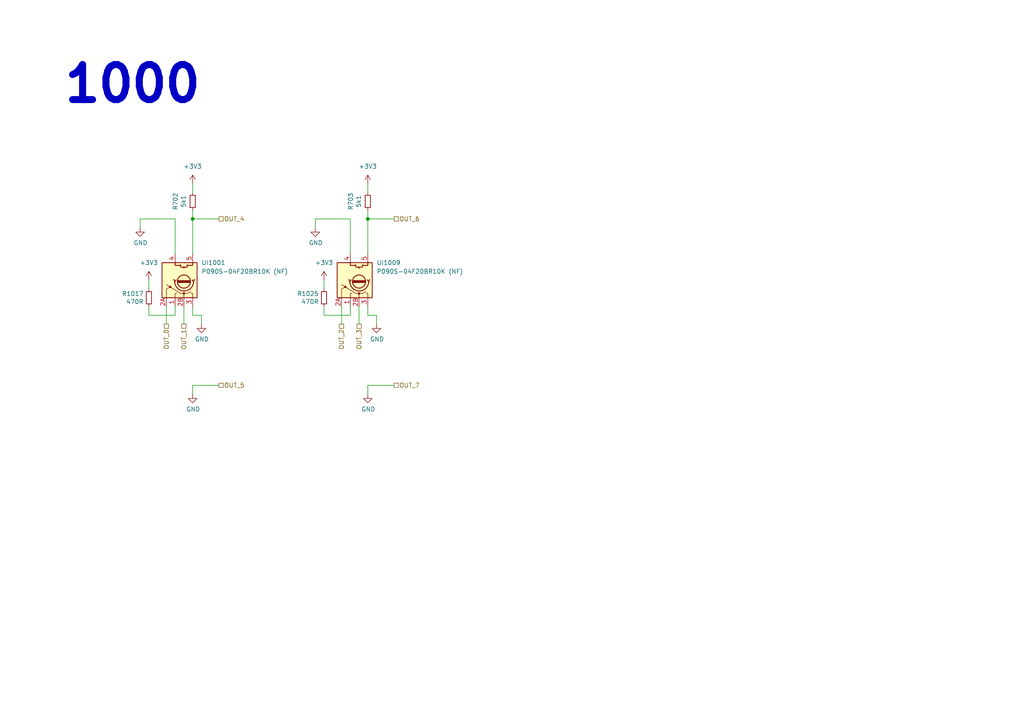
<source format=kicad_sch>
(kicad_sch (version 20231120) (generator "eeschema") (generator_version "8.0")
  (paper "A4")
  (lib_symbols
    (symbol "power:+3V3" (power) (pin_names (offset 0))
      (property "Value" "+3V3" (at 0 3.556 0))
      (symbol "+3V3_0_1"
        (polyline (pts (xy -0.762 1.27) (xy 0 2.54)))
        (polyline (pts (xy 0 0) (xy 0 2.54)))
        (polyline (pts (xy 0 2.54) (xy 0.762 1.27)))
      )
      (symbol "+3V3_1_1"
        (pin power_in line (at 0 0 90) (length 0) hide (name "+3V3") (number "1"))
      )
    )
    (symbol "power:GND" (power) (pin_names (offset 0))
      (property "Value" "GND" (at 0 -3.81 0))
      (symbol "GND_0_1"
        (polyline (pts (xy 0 0) (xy 0 -1.27) (xy 1.27 -1.27) (xy 0 -2.54) (xy -1.27 -1.27) (xy 0 -1.27)))
      )
      (symbol "GND_1_1"
        (pin power_in line (at 0 0 270) (length 0) hide (name "GND") (number "1"))
      )
    )
    (symbol "suku_basics:RES" (pin_numbers hide) (pin_names (offset 0.254) hide)
      (property "Reference" "R" (at 0.762 0.508 0))
      (symbol "RES_1_1"
        (rectangle (start -0.762 1.778) (end 0.762 -1.778) (stroke (width 0.2032)))
        (pin passive line (at 0 2.54 270) (length 0.762) (name "~") (number "1"))
        (pin passive line (at 0 -2.54 90) (length 0.762) (name "~") (number "2"))
      )
    )
    (symbol "suku_basics:UI_Endless_Potentiometer_Switch" (pin_names (offset 0.254) hide)
      (property "Reference" "UI" (at -3.81 7.62 0))
      (property "Value" "UI_Endless_Potentiometer_Switch" (at 0 -7.62 0))
      (symbol "UI_Endless_Potentiometer_Switch_0_1"
        (rectangle (start -5.08 6.35) (end 5.08 -3.81) (stroke (width 0.254)) (fill (type background)))
        (circle (center -3.81 0) (radius 0.254) (fill (type outline)))
        (circle (center -1.9304 3.9624) (radius 0.254) (fill (type outline)))
        (circle (center -0.381 0) (radius 1.905) (stroke (width 0.254)))
        (arc (start -0.381 2.667) (mid -3.0988 -0.0635) (end -0.381 -2.794) (stroke (width 0.254)))
        (polyline (pts (xy -0.635 -1.778) (xy -0.635 1.778)) (stroke (width 0.254)))
        (polyline (pts (xy -0.381 -1.778) (xy -0.381 1.778)) (stroke (width 0.254)))
        (polyline (pts (xy -0.127 1.778) (xy -0.127 -1.778)) (stroke (width 0.254)))
        (polyline (pts (xy 3.81 0) (xy 3.429 0)) (stroke (width 0.254)))
        (polyline (pts (xy 3.81 1.016) (xy 3.81 -1.016)) (stroke (width 0.254)))
        (polyline (pts (xy -5.08 -2.54) (xy -3.81 -2.54) (xy -3.81 -2.032)))
        (polyline (pts (xy -5.08 2.54) (xy -3.81 2.54) (xy -3.81 2.032)))
        (polyline (pts (xy 0.254 -3.048) (xy -0.508 -2.794) (xy 0.127 -2.413)) (stroke (width 0.254)))
        (polyline (pts (xy 0.254 2.921) (xy -0.508 2.667) (xy 0.127 2.286)) (stroke (width 0.254)))
        (polyline (pts (xy 5.08 -2.54) (xy 4.318 -2.54) (xy 4.318 -1.016)) (stroke (width 0.254)))
        (polyline (pts (xy 5.08 2.54) (xy 4.318 2.54) (xy 4.318 1.016)) (stroke (width 0.254)))
        (polyline (pts (xy -5.08 0) (xy -3.81 0) (xy -3.81 -1.016) (xy -3.302 -2.032)))
        (polyline (pts (xy -5.08 5.08) (xy -4.572 5.08) (xy -2.54 5.08) (xy -1.9304 3.9624)))
        (polyline (pts (xy -4.318 0) (xy -3.81 0) (xy -3.81 1.016) (xy -1.27 5.08)))
        (circle (center 4.318 -1.016) (radius 0.127) (stroke (width 0.254)))
        (circle (center 4.318 1.016) (radius 0.127) (stroke (width 0.254)))
      )
      (symbol "UI_Endless_Potentiometer_Switch_1_1"
        (pin passive line (at -7.62 2.54 0) (length 2.54) (name "1") (number "1"))
        (pin passive line (at -7.62 5.08 0) (length 2.54) (name "2A") (number "2A"))
        (pin passive line (at -7.62 0 0) (length 2.54) (name "2B") (number "2B"))
        (pin passive line (at -7.62 -2.54 0) (length 2.54) (name "3") (number "3"))
        (pin passive line (at 7.62 2.54 180) (length 2.54) (name "4") (number "4"))
        (pin passive line (at 7.62 -2.54 180) (length 2.54) (name "5") (number "5"))
        (pin no_connect line (at 0 -5.08 90) (length 2.54) hide (name "6") (number "6"))
        (pin no_connect line (at 0 7.62 270) (length 2.54) hide (name "7") (number "7"))
      )
    )
  )
  (junction (at 55.88 63.5))
  (junction (at 106.68 63.5))
  (wire (pts (xy 93.98 81.28) (xy 93.98 83.82)))
  (wire (pts (xy 55.88 91.44) (xy 55.88 88.9)))
  (wire (pts (xy 106.68 111.76) (xy 114.3 111.76)))
  (wire (pts (xy 99.06 88.9) (xy 99.06 93.98)))
  (wire (pts (xy 55.88 60.96) (xy 55.88 63.5)))
  (wire (pts (xy 91.44 63.5) (xy 101.6 63.5)))
  (wire (pts (xy 58.42 93.98) (xy 58.42 91.44)))
  (wire (pts (xy 63.5 63.5) (xy 55.88 63.5)))
  (wire (pts (xy 55.88 53.34) (xy 55.88 55.88)))
  (wire (pts (xy 106.68 114.3) (xy 106.68 111.76)))
  (wire (pts (xy 48.26 88.9) (xy 48.26 93.98)))
  (wire (pts (xy 55.88 114.3) (xy 55.88 111.76)))
  (wire (pts (xy 40.64 63.5) (xy 50.8 63.5)))
  (wire (pts (xy 93.98 88.9) (xy 93.98 91.44)))
  (wire (pts (xy 43.18 81.28) (xy 43.18 83.82)))
  (wire (pts (xy 104.14 93.98) (xy 104.14 88.9)))
  (wire (pts (xy 43.18 91.44) (xy 50.8 91.44)))
  (wire (pts (xy 101.6 91.44) (xy 101.6 88.9)))
  (wire (pts (xy 106.68 91.44) (xy 106.68 88.9)))
  (wire (pts (xy 93.98 91.44) (xy 101.6 91.44)))
  (wire (pts (xy 55.88 111.76) (xy 63.5 111.76)))
  (wire (pts (xy 50.8 63.5) (xy 50.8 73.66)))
  (wire (pts (xy 40.64 66.04) (xy 40.64 63.5)))
  (wire (pts (xy 106.68 60.96) (xy 106.68 63.5)))
  (wire (pts (xy 55.88 63.5) (xy 55.88 73.66)))
  (wire (pts (xy 91.44 66.04) (xy 91.44 63.5)))
  (wire (pts (xy 106.68 53.34) (xy 106.68 55.88)))
  (wire (pts (xy 101.6 63.5) (xy 101.6 73.66)))
  (wire (pts (xy 53.34 93.98) (xy 53.34 88.9)))
  (wire (pts (xy 114.3 63.5) (xy 106.68 63.5)))
  (wire (pts (xy 58.42 91.44) (xy 55.88 91.44)))
  (wire (pts (xy 109.22 93.98) (xy 109.22 91.44)))
  (wire (pts (xy 106.68 63.5) (xy 106.68 73.66)))
  (wire (pts (xy 50.8 91.44) (xy 50.8 88.9)))
  (wire (pts (xy 109.22 91.44) (xy 106.68 91.44)))
  (wire (pts (xy 43.18 88.9) (xy 43.18 91.44)))
  (text "1000" (at 17.78 30.48 0) (effects (font (size 10.16 10.16) (thickness 2.032) (bold yes)) (justify left bottom)))
  (hierarchical_label "OUT_2" (shape passive) (at 99.06 93.98 270))
  (hierarchical_label "OUT_4" (shape passive) (at 63.5 63.5 0))
  (hierarchical_label "OUT_5" (shape passive) (at 63.5 111.76 0))
  (hierarchical_label "OUT_3" (shape passive) (at 104.14 93.98 270))
  (hierarchical_label "OUT_0" (shape passive) (at 48.26 93.98 270))
  (hierarchical_label "OUT_7" (shape passive) (at 114.3 111.76 0))
  (hierarchical_label "OUT_6" (shape passive) (at 114.3 63.5 0))
  (hierarchical_label "OUT_1" (shape passive) (at 53.34 93.98 270))
  (symbol (lib_id "suku_basics:UI_Endless_Potentiometer_Switch") (at 53.34 81.28 90) (unit 1)
    (property "Reference" "UI1001" (at 58.42 76.2 90) (effects (justify right)))
    (property "Value" "P090S-04F20BR10K (NF)" (at 58.42 78.74 90) (effects (justify right)))
    (property "Footprint" "suku_basics:UI_ENDLESSPOTSW_ALPHA" (effects (hide yes)))
  )
  (symbol (lib_id "suku_basics:UI_Endless_Potentiometer_Switch") (at 104.14 81.28 90) (unit 1)
    (property "Reference" "UI1009" (at 109.22 76.2 90) (effects (justify right)))
    (property "Value" "P090S-04F20BR10K (NF)" (at 109.22 78.74 90) (effects (justify right)))
    (property "Footprint" "suku_basics:UI_ENDLESSPOTSW_ALPHA" (effects (hide yes)))
  )
  (symbol (lib_id "power:GND") (at 58.42 93.98 0) (unit 1)
    (property "Reference" "#PWR01029" (effects (hide yes)))
    (property "Value" "GND" (at 58.547 98.3742 0))
  )
  (symbol (lib_id "power:GND") (at 109.22 93.98 0) (unit 1)
    (property "Reference" "#PWR01045" (effects (hide yes)))
    (property "Value" "GND" (at 109.347 98.3742 0))
  )
  (symbol (lib_id "power:GND") (at 106.68 114.3 0) (unit 1)
    (property "Reference" "#PWR0703" (effects (hide yes)))
    (property "Value" "GND" (at 106.807 118.6942 0))
  )
  (symbol (lib_id "suku_basics:RES") (at 93.98 86.36 0) (mirror y) (unit 1)
    (property "Reference" "R1025" (at 92.4814 85.1916 0) (effects (justify left)))
    (property "Value" "470R" (at 92.4814 87.503 0) (effects (justify left)))
    (property "Footprint" "suku_basics:RES_0402" (effects (hide yes)))
  )
  (symbol (lib_id "power:+3V3") (at 106.68 53.34 0) (unit 1)
    (property "Reference" "#PWR0702" (effects (hide yes)))
    (property "Value" "+3V3" (at 106.68 48.26 0))
  )
  (symbol (lib_id "suku_basics:RES") (at 106.68 58.42 0) (unit 1)
    (property "Reference" "R703" (at 101.7016 58.42 90))
    (property "Value" "5k1" (at 104.013 58.42 90))
    (property "Footprint" "suku_basics:RES_0402" (effects (hide yes)))
  )
  (symbol (lib_id "power:+3V3") (at 55.88 53.34 0) (unit 1)
    (property "Reference" "#PWR0701" (effects (hide yes)))
    (property "Value" "+3V3" (at 55.88 48.26 0))
  )
  (symbol (lib_id "power:+3V3") (at 93.98 81.28 0) (unit 1)
    (property "Reference" "#PWR01041" (effects (hide yes)))
    (property "Value" "+3V3" (at 93.98 76.2 0))
  )
  (symbol (lib_id "power:GND") (at 91.44 66.04 0) (unit 1)
    (property "Reference" "#PWR0958" (effects (hide yes)))
    (property "Value" "GND" (at 91.567 70.4342 0))
  )
  (symbol (lib_id "suku_basics:RES") (at 43.18 86.36 0) (mirror y) (unit 1)
    (property "Reference" "R1017" (at 41.6814 85.1916 0) (effects (justify left)))
    (property "Value" "470R" (at 41.6814 87.503 0) (effects (justify left)))
    (property "Footprint" "suku_basics:RES_0402" (effects (hide yes)))
  )
  (symbol (lib_id "power:GND") (at 40.64 66.04 0) (unit 1)
    (property "Reference" "#PWR0957" (effects (hide yes)))
    (property "Value" "GND" (at 40.767 70.4342 0))
  )
  (symbol (lib_id "power:+3V3") (at 43.18 81.28 0) (unit 1)
    (property "Reference" "#PWR01025" (effects (hide yes)))
    (property "Value" "+3V3" (at 43.18 76.2 0))
  )
  (symbol (lib_id "power:GND") (at 55.88 114.3 0) (unit 1)
    (property "Reference" "#PWR0704" (effects (hide yes)))
    (property "Value" "GND" (at 56.007 118.6942 0))
  )
  (symbol (lib_id "suku_basics:RES") (at 55.88 58.42 0) (unit 1)
    (property "Reference" "R702" (at 50.9016 58.42 90))
    (property "Value" "5k1" (at 53.213 58.42 90))
    (property "Footprint" "suku_basics:RES_0402" (effects (hide yes)))
  )
)
</source>
